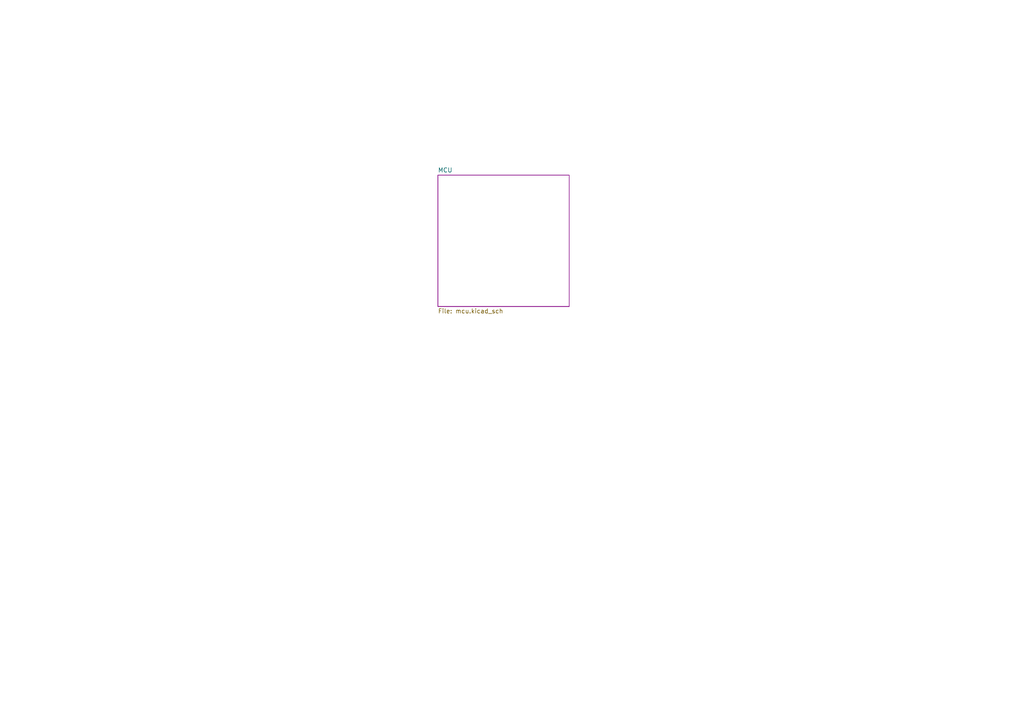
<source format=kicad_sch>
(kicad_sch (version 20211123) (generator eeschema)

  (uuid 95c420c2-8c9c-4e9d-a74c-b6c52a189535)

  (paper "A4")

  (lib_symbols
  )


  (sheet (at 127 50.8) (size 38.1 38.1) (fields_autoplaced)
    (stroke (width 0.1524) (type solid) (color 132 0 132 1))
    (fill (color 255 255 255 0.0000))
    (uuid a8710013-2b8a-4f8e-9a99-5a3ce262358b)
    (property "Sheet name" "MCU" (id 0) (at 127 50.0884 0)
      (effects (font (size 1.27 1.27)) (justify left bottom))
    )
    (property "Sheet file" "mcu.kicad_sch" (id 1) (at 127 89.4846 0)
      (effects (font (size 1.27 1.27)) (justify left top))
    )
  )

  (sheet_instances
    (path "/" (page "1"))
    (path "/a8710013-2b8a-4f8e-9a99-5a3ce262358b" (page "2"))
  )
)

</source>
